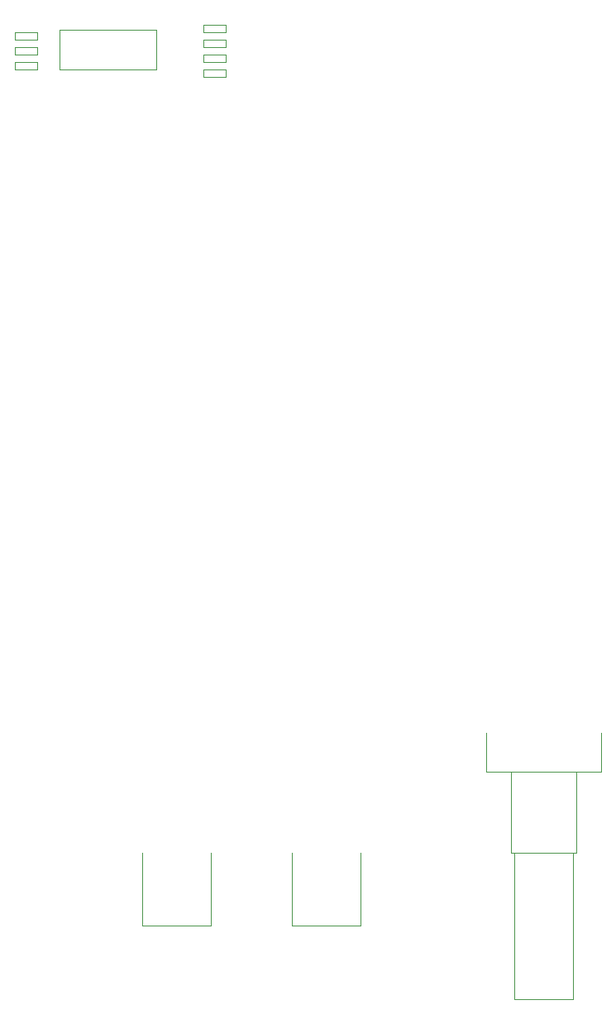
<source format=gbr>
G04 #@! TF.GenerationSoftware,KiCad,Pcbnew,(5.1.8)-1*
G04 #@! TF.CreationDate,2022-02-18T23:45:39+01:00*
G04 #@! TF.ProjectId,BulkyMIDI-32 Extras,42756c6b-794d-4494-9449-2d3332204578,rev?*
G04 #@! TF.SameCoordinates,Original*
G04 #@! TF.FileFunction,OtherDrawing,Comment*
%FSLAX46Y46*%
G04 Gerber Fmt 4.6, Leading zero omitted, Abs format (unit mm)*
G04 Created by KiCad (PCBNEW (5.1.8)-1) date 2022-02-18 23:45:39*
%MOMM*%
%LPD*%
G01*
G04 APERTURE LIST*
%ADD10C,0.120000*%
%ADD11C,0.050000*%
G04 APERTURE END LIST*
D10*
X98298000Y-73660000D02*
X96012000Y-73660000D01*
X98298000Y-74422000D02*
X98298000Y-73660000D01*
X96012000Y-74422000D02*
X98298000Y-74422000D01*
X96012000Y-73660000D02*
X96012000Y-74422000D01*
X96012000Y-70612000D02*
X96012000Y-71374000D01*
X96012000Y-71374000D02*
X98298000Y-71374000D01*
X98298000Y-70612000D02*
X96012000Y-70612000D01*
X98298000Y-72898000D02*
X98298000Y-72136000D01*
X96012000Y-72898000D02*
X98298000Y-72898000D01*
X98298000Y-71374000D02*
X98298000Y-70612000D01*
X96012000Y-72136000D02*
X96012000Y-72898000D01*
X98298000Y-72136000D02*
X96012000Y-72136000D01*
X115316000Y-74422000D02*
X115316000Y-75184000D01*
X115316000Y-75184000D02*
X117602000Y-75184000D01*
X117602000Y-74422000D02*
X115316000Y-74422000D01*
X117602000Y-75184000D02*
X117602000Y-74422000D01*
X115316000Y-72898000D02*
X115316000Y-73660000D01*
X115316000Y-73660000D02*
X117602000Y-73660000D01*
X117602000Y-72898000D02*
X115316000Y-72898000D01*
X117602000Y-73660000D02*
X117602000Y-72898000D01*
X115316000Y-71374000D02*
X115316000Y-72136000D01*
X115316000Y-72136000D02*
X117602000Y-72136000D01*
X117602000Y-71374000D02*
X115316000Y-71374000D01*
X117602000Y-72136000D02*
X117602000Y-71374000D01*
X117602000Y-70612000D02*
X117602000Y-69850000D01*
X115316000Y-70612000D02*
X117602000Y-70612000D01*
X115316000Y-69850000D02*
X115316000Y-70612000D01*
X117602000Y-69850000D02*
X115316000Y-69850000D01*
X100584000Y-70358000D02*
X110490000Y-70358000D01*
X100584000Y-74422000D02*
X100584000Y-70358000D01*
X110490000Y-74422000D02*
X100584000Y-74422000D01*
X110490000Y-70358000D02*
X110490000Y-74422000D01*
X131338000Y-154566000D02*
X131338000Y-162052000D01*
X124338000Y-154566000D02*
X124338000Y-162052000D01*
X124338000Y-162052000D02*
X131338000Y-162052000D01*
X116022000Y-154566000D02*
X116022000Y-162052000D01*
X109022000Y-154566000D02*
X109022000Y-162052000D01*
X109022000Y-162052000D02*
X116022000Y-162052000D01*
D11*
X144214000Y-146266000D02*
X156014000Y-146266000D01*
X144214000Y-146266000D02*
X144214000Y-142266000D01*
X156014000Y-146266000D02*
X156014000Y-142266000D01*
X146764000Y-154566000D02*
X153464000Y-154566000D01*
X146764000Y-154566000D02*
X146764000Y-146266000D01*
X153464000Y-154566000D02*
X153464000Y-146266000D01*
X147114000Y-169566000D02*
X153114000Y-169566000D01*
X147114000Y-169566000D02*
X147114000Y-154566000D01*
X153114000Y-169566000D02*
X153114000Y-154566000D01*
M02*

</source>
